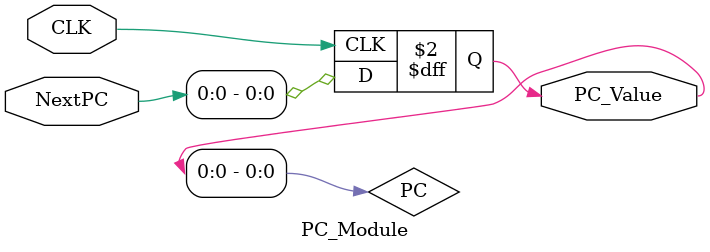
<source format=sv>
`timescale 1ns / 1ps

module PC_Module(
    input wire logic CLK, 
    input wire logic [31:0] NextPC, 
    output logic PC_Value
    );
    
    logic [31:0] PC; 
    
    always_ff @ (posedge CLK) begin 
        PC_Value <= NextPC; 
    end 
    
    assign PC_Value = PC; 
    
endmodule

</source>
